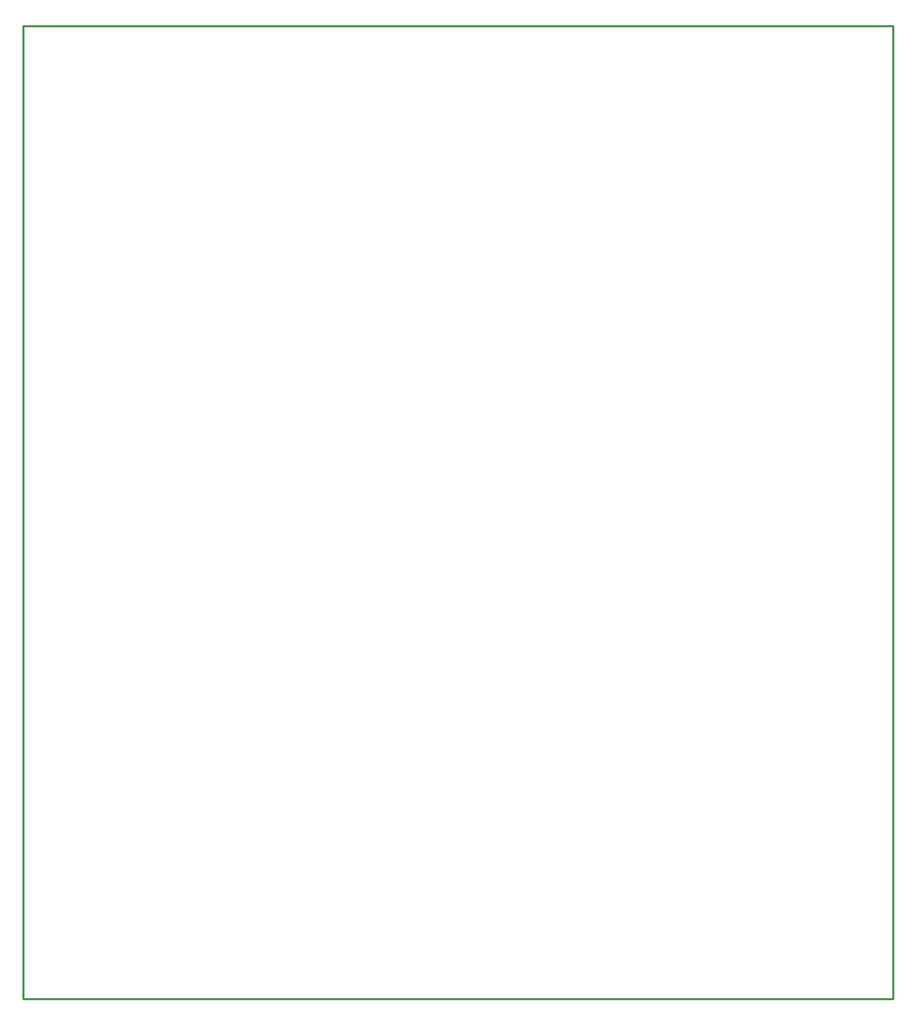
<source format=gbr>
G04 EAGLE Gerber RS-274X export*
G75*
%MOMM*%
%FSLAX34Y34*%
%LPD*%
%IN*%
%IPPOS*%
%AMOC8*
5,1,8,0,0,1.08239X$1,22.5*%
G01*
%ADD10C,0.254000*%


D10*
X38100Y76200D02*
X1092000Y76200D01*
X1092000Y1254000D01*
X38100Y1254000D01*
X38100Y76200D01*
M02*

</source>
